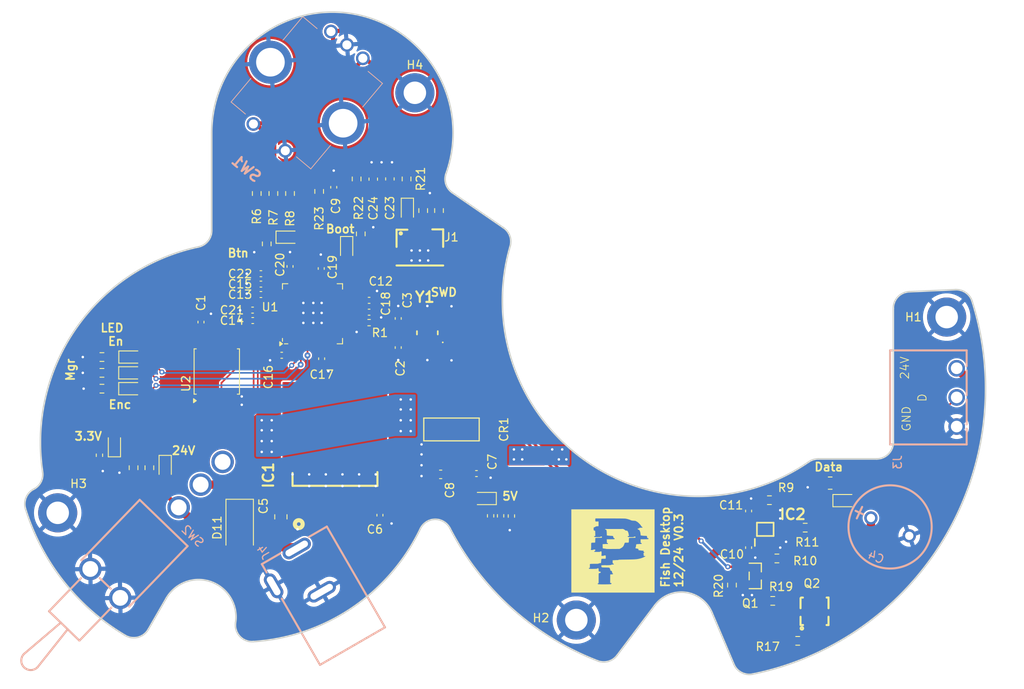
<source format=kicad_pcb>
(kicad_pcb (version 20240108) (generator "pcbnew") (generator_version "8.0")
  (layers (0 "F.Cu" signal) (31 "B.Cu" power) (34 "B.Paste" user) (35 "F.Paste" user) (36 "B.SilkS" user "B.Silkscreen") (37 "F.SilkS" user "F.Silkscreen") (38 "B.Mask" user) (39 "F.Mask" user) (44 "Edge.Cuts" user))
  (net 0 "")
  (net 1 "GND")
  (net 2 "+3.3V")
  (net 3 "/XIN")
  (net 4 "Net-(Y1-CRYSTAL_2)")
  (net 5 "+24V")
  (net 6 "+5V")
  (net 7 "/BTN")
  (net 8 "+1V1")
  (net 9 "/ENC_A")
  (net 10 "/ENC_B")
  (net 11 "Net-(D11-K)")
  (net 12 "Net-(D1-K)")
  (net 13 "Net-(D2-K)")
  (net 14 "Net-(D3-K)")
  (net 15 "Net-(D4-K)")
  (net 16 "/SW_D")
  (net 17 "/ENC_LED")
  (net 18 "Net-(D5-K)")
  (net 19 "/BTN_LED")
  (net 20 "Net-(D6-K)")
  (net 21 "Net-(D7-K)")
  (net 22 "/MGR_LED")
  (net 23 "/LED_EN_LED")
  (net 24 "Net-(D8-K)")
  (net 25 "/BOOT_LED")
  (net 26 "Net-(D9-K)")
  (net 27 "Net-(D10-K)")
  (net 28 "Net-(D11-A)")
  (net 29 "Net-(IC2-A2)")
  (net 30 "Net-(IC2-A1)")
  (net 31 "/LED_D")
  (net 32 "/SW_CLK")
  (net 33 "Net-(Q1-D)")
  (net 34 "/LED_D_O")
  (net 35 "/XOUT")
  (net 36 "Net-(SW1-A)")
  (net 37 "Net-(SW1-B)")
  (net 38 "Net-(R23-Pad2)")
  (net 40 "/QSPI_SS")
  (net 41 "/LED_EN")
  (net 51 "/QSPI_SCLK")
  (net 52 "/QSPI_SD3")
  (net 53 "/QSPI_SD2")
  (net 55 "/QSPI_SD0")
  (net 56 "/QSPI_SD1")
  (net 59 "Net-(R2-Pad1)")
  (net 60 "Net-(R3-Pad2)")
  (net 61 "Net-(R28-Pad2)")
  (net 62 "Net-(R30-Pad1)")
  (net 66 "Net-(Q2-G)")
  (net 70 "Net-(C4-Pad1)")
  (net 76 "Net-(IC2-B1)")
  (footprint "LED_SMD:LED_0603_1608Metric" (layer "F.Cu") (at 110.7125 71.65)
    (property "Reference" "D8" (hide yes))
    (property "Value" "YELLOW")
  )
  (footprint "Resistor_SMD:R_0603_1608Metric" (layer "F.Cu") (at 40 34.75 -90)
    (property "Reference" "R6")
    (property "Value" "10K")
  )
  (footprint "Resistor_SMD:R_0402_1005Metric" (layer "F.Cu") (at 70.6 73.5 -90)
    (property "Reference" "R31" (hide yes))
    (property "Value" "1K")
  )
  (footprint "Capacitor_SMD:C_0402_1005Metric" (layer "F.Cu") (at 57 53.2625 -90)
    (property "Reference" "C2")
    (property "Value" "15p")
  )
  (footprint "Capacitor_SMD:C_0402_1005Metric" (layer "F.Cu") (at 33.3 50.2 90)
    (property "Reference" "C1")
    (property "Value" "100n")
  )
  (footprint "easyeda2kicad:SOT-23-3_L2.9-W1.3-P0.95-LS2.4-BR" (layer "F.Cu") (at 99.9 80.7 180)
    (property "Reference" "Q1")
    (property "Value" "CMN3406M")
  )
  (footprint "Resistor_SMD:R_0603_1608Metric" (layer "F.Cu") (at 21.4 58.2 180)
    (property "Reference" "R12" (hide yes))
    (property "Value" "330")
  )
  (footprint "L7805ABD2T-TR:D2PAK-STB35NF10T4" (layer "F.Cu") (at 54.5 69.871 -90)
    (property "Reference" "IC1")
    (property "Value" "L7805ABD2T-TR" (hide yes))
  )
  (footprint "Resistor_SMD:R_0603_1608Metric" (layer "F.Cu") (at 27.1 67.7 90)
    (property "Reference" "R2" (hide yes))
    (property "Value" "10K")
  )
  (footprint "Resistor_SMD:R_0603_1608Metric" (layer "F.Cu") (at 21.4 56.3 180)
    (property "Reference" "R14" (hide yes))
    (property "Value" "330")
  )
  (footprint "Resistor_SMD:R_0603_1608Metric" (layer "F.Cu") (at 52 33 -90)
    (property "Reference" "R22")
    (property "Value" "10k")
  )
  (footprint "easyeda2kicad:SOT-223-4_L6.5-W3.5-P2.30-LS7.0-BR" (layer "F.Cu") (at 63.4 63.1 -90)
    (property "Reference" "CR1")
    (property "Value" "LD1117S33CTR")
  )
  (footprint "Resistor_SMD:R_0603_1608Metric" (layer "F.Cu") (at 60 36.8 -90)
    (property "Reference" "R5" (hide yes))
    (property "Value" "330")
  )
  (footprint "Capacitor_SMD:C_0402_1005Metric" (layer "F.Cu") (at 39.5 48.7625 180)
    (property "Reference" "C21")
    (property "Value" "100n")
  )
  (footprint "Resistor_SMD:R_0603_1608Metric" (layer "F.Cu") (at 58 33 90)
    (property "Reference" "R21")
    (property "Value" "10k")
  )
  (footprint "Resistor_SMD:R_0603_1608Metric" (layer "F.Cu") (at 25.2 67.7 90)
    (property "Reference" "R29" (hide yes))
    (property "Value" "10K")
  )
  (footprint "Resistor_SMD:R_0603_1608Metric" (layer "F.Cu") (at 44 34.75 -90)
    (property "Reference" "R8")
    (property "Value" "10k")
  )
  (footprint "Capacitor_SMD:C_0603_1608Metric" (layer "F.Cu") (at 56 33 90)
    (property "Reference" "C23")
    (property "Value" "0.01u")
  )
  (footprint "LED_SMD:LED_0603_1608Metric" (layer "F.Cu") (at 29 67.7 -90)
    (property "Reference" "D1" (hide yes))
    (property "Value" "RED")
  )
  (footprint "Capacitor_SMD:C_0402_1005Metric" (layer "F.Cu") (at 53.5 47.5875)
    (property "Reference" "C12")
    (property "Value" "100n")
  )
  (footprint "LED_SMD:LED_0603_1608Metric" (layer "F.Cu") (at 58.1 36.8 -90)
    (property "Reference" "D4" (hide yes))
    (property "Value" "YELLOW")
  )
  (footprint "Capacitor_SMD:C_0402_1005Metric" (layer "F.Cu") (at 49.25 34 90)
    (property "Reference" "C9")
    (property "Value" "100n")
  )
  (footprint "easyeda2kicad:DFN-8_L3.3-W3.3-P0.65-BL-EP" (layer "F.Cu") (at 107.05 84.95)
    (property "Reference" "Q2")
    (property "Value" "FH38P03G6")
  )
  (footprint "Capacitor_SMD:C_0402_1005Metric" (layer "F.Cu") (at 40.5 45.6375 180)
    (property "Reference" "C15")
    (property "Value" "1u")
  )
  (footprint "Capacitor_SMD:C_0402_1005Metric" (layer "F.Cu") (at 39.52 50.0125 180)
    (property "Reference" "C14")
    (property "Value" "100n")
  )
  (footprint "Diode_SMD:D_SMA" (layer "F.Cu") (at 37.95 75 -90)
    (property "Reference" "D11")
    (property "Value" "D_Schottky")
  )
  (footprint "Resistor_SMD:R_0402_1005Metric" (layer "F.Cu") (at 53.5 50.2625 180)
    (property "Reference" "R1")
    (property "Value" "1K")
  )
  (footprint "Resistor_SMD:R_0603_1608Metric" (layer "F.Cu") (at 105 88.5 180)
    (property "Reference" "R17")
    (property "Value" "10k")
  )
  (footprint "Package_SO:SOIC-8_5.23x5.23mm_P1.27mm" (layer "F.Cu") (at 35.2 56.1375 90)
    (property "Reference" "U2")
    (property "Value" "W25Q128JVS")
  )
  (footprint "MountingHole:MountingHole_2.7mm_M2.5_DIN965_Pad" (layer "F.Cu") (at 16.085891 73.119257)
    (property "Reference" "H3")
    (property "Value" "MountingHole_Pad")
  )
  (footprint "LED_SMD:LED_0603_1608Metric" (layer "F.Cu") (at 43.8 40)
    (property "Reference" "D6" (hide yes))
    (property "Value" "GREEN")
  )
  (footprint "Capacitor_SMD:C_0603_1608Metric" (layer "F.Cu") (at 54 33.025 90)
    (property "Reference" "C24")
    (property "Value" "0.01u")
  )
  (footprint "LED_SMD:LED_0603_1608Metric" (layer "F.Cu") (at 24.9 58.2)
    (property "Reference" "D5" (hide yes))
    (property "Value" "GREEN")
  )
  (footprint "Capacitor_SMD:C_0402_1005Metric" (layer "F.Cu") (at 47.8 54.6 -90)
    (property "Reference" "C17")
    (property "Value" "100n")
  )
  (footprint "Capacitor_SMD:C_0402_1005Metric" (layer "F.Cu") (at 54.8 73.4 -90)
    (property "Reference" "C6")
    (property "Value" "100n")
  )
  (footprint "Resistor_SMD:R_0603_1608Metric" (layer "F.Cu") (at 101.6 71.6)
    (property "Reference" "R9")
    (property "Value" "10K")
  )
  (footprint "MountingHole:MountingHole_2.7mm_M2.5_DIN965_Pad" (layer "F.Cu") (at 59 22.65)
    (property "Reference" "H4")
    (property "Value" "MountingHole_Pad")
  )
  (footprint "Capacitor_SMD:C_0402_1005Metric" (layer "F.Cu") (at 57 49.7625 -90)
    (property "Reference" "C3")
    (property "Value" "15p")
  )
  (footprint "Capacitor_SMD:C_0402_1005Metric" (layer "F.Cu") (at 99.1 72.9 90)
    (property "Reference" "C11")
    (property "Value" "1u")
  )
  (footprint "SN74LVC2T45DCUR:SOP50P310X90-8N" (layer "F.Cu") (at 101.1 75.1 90)
    (property "Reference" "IC2")
    (property "Value" "SN74LVC2T45DCUR" (hide yes))
  )
  (footprint "MountingHole:MountingHole_2.7mm_M2.5_DIN965_Pad" (layer "F.Cu") (at 122.9 49.6)
    (property "Reference" "H1")
    (property "Value" "MountingHole_Pad")
  )
  (footprint "Resistor_SMD:R_0603_1608Metric" (layer "F.Cu") (at 41.2 40.8 -90)
    (property "Reference" "R13" (hide yes))
    (property "Value" "330")
  )
  (footprint "Capacitor_SMD:C_0805_2012Metric" (layer "F.Cu") (at 42.9 73.6 -90)
    (property "Reference" "C5")
    (property "Value" ".33u")
  )
  (footprint "Capacitor_SMD:C_0402_1005Metric" (layer "F.Cu") (at 40.5 46.8875 180)
    (property "Reference" "C13")
    (property "Value" "1u")
  )
  (footprint "LED_SMD:LED_0603_1608Metric" (layer "F.Cu") (at 24.9125 54.4)
    (property "Reference" "D10" (hide yes))
    (property "Value" "GREEN")
  )
  (footprint "Polis_Footprints:polis_logo_10x10" (layer "F.Cu") (at 82.8 77.7)
    (property "Reference" "G***" (hide yes))
    (property "Value" "LOGO" (hide yes))
  )
  (footprint "Capacitor_SMD:C_0402_1005Metric" (layer "F.Cu") (at 66.4 68.4 180)
    (property "Reference" "C7")
    (property "Value" "100n")
  )
  (footprint "LED_SMD:LED_0603_1608Metric" (layer "F.Cu") (at 50.8 41.4 -90)
    (property "Reference" "D9" (hide yes))
    (property "Value" "GREEN")
  )
  (footprint "Resistor_SMD:R_0603_1608Metric" (layer "F.Cu") (at 21.4 54.4 180)
    (property "Reference" "R18" (hide yes))
    (property "Value" "330")
  )
  (footprint "Capacitor_SMD:C_0603_1608Metric" (layer "F.Cu") (at 62.1 68.5)
    (property "Reference" "C8")
    (property "Value" "10u")
  )
  (footprint "Resistor_SMD:R_0402_1005Metric" (layer "F.Cu") (at 21.1 66.2 -90)
    (property "Reference" "R4" (hide yes))
    (property "Value" "1K")
  )
  (footprint "Capacitor_SMD:C_0402_1005Metric" (layer "F.Cu") (at 99.1 77.3 -90)
    (property "Reference" "C10")
    (property "Value" "1u")
  )
  (footprint "Capacitor_SMD:C_0402_1005Metric" (layer "F.Cu") (at 43 54.1875 180)
    (property "Reference" "C16")
    (property "Value" "100n")
  )
  (footprint "ABM8-272-T3:ABM8272T3" (layer "F.Cu") (at 60.5 51.4875 90)
    (property "Reference" "Y1")
    (property "Value" "ABM8-272-T3" (hide yes))
  )
  (footprint "MountingHole:MountingHole_2.7mm_M2.5_DIN965_Pad" (layer "F.Cu") (at 78.4 86)
    (property "Reference" "H2")
    (property "Value" "MountingHole_Pad")
  )
  (footprint "Capacitor_SMD:C_0402_1005Metric" (layer "F.Cu") (at 53.5 49.0125)
    (property "Reference" "C18")
    (property "Value" "100n")
  )
  (footprint "Resistor_SMD:R_0603_1608Metric" (layer "F.Cu") (at 52.5 39.6 90)
    (property "Reference" "R16" (hide yes))
    (property "Value" "330")
  )
  (footprint "Resistor_SMD:R_0402_1005Metric" (layer "F.Cu") (at 68.1 73.48 -90)
    (property "Reference" "R3" (hide yes))
    (property "Value" "1K")
  )
  (footprint "easyeda2kicad:CONN-SMD-3P-P1.00_BM03B-SRSS-TB-LF-SN" (layer "F.Cu") (at 59.600002 41.06)
    (property "Reference" "J1")
    (property "Value" "DS1023-1x3SF11")
  )
  (footprint "Resistor_SMD:R_0603_1608Metric" (layer "F.Cu") (at 102.5 78.6)
    (property "Reference" "R10")
    (property "Value" "10K")
  )
  (footprint "Package_DFN_QFN:QFN-56-1EP_7x7mm_P0.4mm_EP3.2x3.2mm" (layer "F.Cu") (at 46.7 49.2 90)
    (property "Reference" "U1")
    (property "Value" "RP2040")
  )
  (footprint "Capacitor_SMD:C_0402_1005Metric" (layer "F.Cu") (at 47.75 43.7625 90)
    (property "Reference" "C19")
    (property "Value" "100n")
  )
  (footprint "Resistor_SMD:R_0603_1608Metric" (layer "F.Cu") (at 105.9 74.9 180)
    (property "Reference" "R11")
    (property "Value" "100")
  )
  (footprint "Capacitor_SMD:C_0402_1005Metric" (layer "F.Cu") (at 40.5 44.3875 180)
    (property "Reference" "C22")
    (property "Value" "100n")
  )
  (footprint "LED_SMD:LED_0603_1608Metric" (layer "F.Cu") (at 67.3 71.4 180)
    (property "Reference" "D2" (hide yes))
    (property "Value" "RED")
  )
  (footprint "Resistor_SMD:R_0603_1608Metric" (layer "F.Cu") (at 42 34.75 -90)
    (property "Reference" "R7")
    (property "Value" "10K")
  )
  (footprint "LED_SMD:LED_0603_1608Metric" (layer "F.Cu") (at 22.9 64.9 90)
    (property "Reference" "D3" (hide yes))
    (property "Value" "RED")
  )
  (footprint "Resistor_SMD:R_0805_2012Metric" (layer "F.Cu") (at 108.9 69.55 180)
    (property "Reference" "R15" (hide yes))
    (property "Value" "2.4k")
  )
  (footprint "Resistor_SMD:R_0603_1608Metric" (layer "F.Cu") (at 102 83.7)
    (property "Reference" "R19")
    (property "Value" "10k")
  )
  (footprint "Resistor_SMD:R_0603_1608Metric" (layer "F.Cu") (at 47.5 34.5 90)
    (property "Reference" "R23")
    (property "Value" "10k")
  )
  (footprint "Resistor_SMD:R_0402_1005Metric" (layer "F.Cu") (at 69.3 73.48 -90)
    (property "Reference" "R30" (hide yes))
    (property "Value" "1K")
  )
  (footprint "Resistor_SMD:R_0603_1608Metric" (layer "F.Cu") (at 97.1 81.8 90)
    (property "Reference" "R20")
    (property "Value" "10k")
  )
  (footprint "Capacitor_SMD:C_0402_1005Metric" (layer "F.Cu") (at 44 43.5125 90)
    (property "Reference" "C20")
    (property "Value" "100n")
  )
  (footprint "Resistor_SMD:R_0603_1608Metric" (layer "F.Cu") (at 61.9 36.8 -90)
    (property "Reference" "R28" (hide yes))
    (property "Value" "330")
  )
  (footprint "LED_SMD:LED_0603_1608Metric" (layer "F.Cu") (at 24.9 56.3)
    (property "Reference" "D7" (hide yes))
    (property "Value" "GREEN")
  )
  (footprint "PEC11R-4220F-S0024:PEC11R4220FS0024" (layer "B.Cu") (at 39.597294 26.395626 -40)
    (property "Reference" "SW1")
    (property "Value" "PEC11R" (hide yes))
  )
  (footprint "easyeda2kicad:DC-IN-TH_DC-005-A250" (layer "B.Cu") (at 44.28604 81.164697 120)
    (property "Reference" "J4")
    (property "Value" "DC-005-A250" (hide yes))
  )
  (footprint "easyeda2kicad:SW-TH_MT-0-102-C004-N004-RS" (layer "B.Cu") (at 28.85 74.3 136)
    (property "Reference" "SW2")
    (property "Value" "MT-0-102" (hide yes))
  )
  (footprint "easyeda2kicad:CONN-TH_3P-P3.50_15EDGRC-3.5-03P" (layer "B.Cu") (at 124.1 59.25 90)
    (property "Reference" "J3")
    (property "Value" "284514-3" (hide yes))
  )
  (footprint "easyeda2kicad:CAP-TH_BD10.0-P5.00-D1.0-FD" (layer "B.Cu") (at 116.1 74.810184 -25)
    (property "Reference" "C4")
    (property "Value" "470u")
  )
  (gr_arc (start 106.340206 66.995048) (mid 106.880569 66.732493) (end 107.474527 66.642261) (stroke (width 0.2)) (layer "Edge.Cuts"))
  (gr_arc (start 59.647777 75.027255) (mid 51.446641 84.527676) (end 39.571556 88.589569) (stroke (width 0.2)) (layer "Edge.Cuts"))
  (gr_arc (start 123.955168 46.310312) (mid 125.19111 46.669988) (end 125.951894 47.708316) (stroke (width 0.2)) (layer "Edge.Cuts"))
  (gr_arc (start 12.226277 72.64665) (mid 12.291406 71.28142) (end 13.218154 70.276802) (stroke (width 0.2)) (layer "Edge.Cuts"))
  (gr_arc (start 59.647777 75.027255) (mid 61.422813 73.89303) (end 63.228859 74.977198) (stroke (width 0.2)) (layer "Edge.Cuts"))
  (gr_arc (start 39.571556 88.589569) (mid 37.970461 87.948716) (end 37.46322 86.300413) (stroke (width 0.2)) (layer "Edge.Cuts"))
  (gr_arc (start 116.490697 64.642262) (mid 115.904911 66.056475) (end 114.490699 66.642261) (stroke (width 0.2)) (layer "Edge.Cuts"))
  (gr_arc (start 63.498131 34.662023) (mid 62.726227 33.628671) (end 62.745672 32.338992) (stroke (width 0.2)) (layer "Edge.Cuts"))
  (gr_arc (start 69.653714 38.881431) (mid 70.405985 39.857177) (end 70.443645 41.08867) (stroke (width 0.2)) (layer "Edge.Cuts"))
  (gr_arc (start 125.951894 47.708316) (mid 123.584974 74.416952) (end 103.0119 91.612945) (stroke (width 0.2)) (layer "Edge.Cuts"))
  (gr_arc (start 14.277824 68.203115) (mid 14.08092 69.410084) (end 13.218154 70.276802) (stroke (width 0.2)) (layer "Edge.Cuts"))
  (gr_line (start 29.114787 83.3903) (end 29.114786 83.3903) (stroke (width 0.2)) (layer "Edge.Cuts"))
  (gr_arc (start 106.340206 66.995048) (mid 79.259472 66.696027) (end 70.443645 41.08867) (stroke (width 0.2)) (layer "Edge.Cuts"))
  (gr_arc (start 116.490697 48.555297) (mid 117.045411 47.172854) (end 118.401845 46.557271) (stroke (width 0.2)) (layer "Edge.Cuts"))
  (gr_arc (start 14.277824 68.203115) (mid 18.28419 50.972182) (end 33.009142 41.167498) (stroke (width 0.2)) (layer "Edge.Cuts"))
  (gr_line (start 116.490697 48.555297) (end 116.490697 64.642262) (stroke (width 0.2)) (layer "Edge.Cuts"))
  (gr_arc (start 87.817358 84.233039) (mid 91.499377 82.670115) (end 94.693919 85.077376) (stroke (width 0.2)) (layer "Edge.Cuts"))
  (gr_line (start 114.490699 66.642261) (end 107.474527 66.642261) (stroke (width 0.2)) (layer "Edge.Cuts"))
  (gr_arc (start 34.592245 39.21143) (mid 34.146883 40.469646) (end 33.009142 41.167498) (stroke (width 0.2)) (layer "Edge.Cuts"))
  (gr_arc (start 34.592245 27.456991) (mid 51.569674 13.170202) (end 62.745672 32.338992) (stroke (width 0.2)) (layer "Edge.Cuts"))
  (gr_arc (start 99.572954 92.491519) (mid 98.246848 92.298555) (end 97.340239 91.311715) (stroke (width 0.2)) (layer "Edge.Cuts"))
  (gr_line (start 26.959137 87.123992) (end 29.114786 83.3903) (stroke (width 0.2)) (layer "Edge.Cuts"))
  (gr_arc (start 83.290639 90.2402) (mid 82.243663 90.959375) (end 80.974729 90.903002) (stroke (width 0.2)) (layer "Edge.Cuts"))
  (gr_arc (start 26.959137 87.123992) (mid 25.73196 88.059214) (end 24.204307 87.842679) (stroke (width 0.2)) (layer "Edge.Cuts"))
  (gr_arc (start 29.114787 83.3903) (mid 34.493107 81.391063) (end 37.46322 86.300413) (stroke (width 0.2)) (layer "Edge.Cuts"))
  (gr_line (start 69.653714 38.881431) (end 63.498131 34.662023) (stroke (width 0.2)) (layer "Edge.Cuts"))
  (gr_line (start 123.955168 46.310312) (end 118.401845 46.557271) (stroke (width 0.2)) (layer "Edge.Cuts"))
  (gr_line (start 94.693919 85.077376) (end 97.340239 91.311715) (stroke (width 0.2)) (layer "Edge.Cuts"))
  (gr_arc (start 24.204307 87.842679) (mid 16.807289 81.3545) (end 12.226277 72.64665) (stroke (width 0.2)) (layer "Edge.Cuts"))
  (gr_line (start 34.592245 27.456991) (end 34.592245 39.21143) (stroke (width 0.2)) (layer "Edge.Cuts"))
  (gr_arc (start 103.0119 91.612945) (mid 101.304071 92.097809) (end 99.572954 92.491519) (stroke (width 0.2)) (layer "Edge.Cuts"))
  (gr_arc (start 80.974729 90.903002) (mid 70.636906 84.572401) (end 63.228859 74.977198) (stroke (width 0.2)) (layer "Edge.Cuts"))
  (gr_line (start 83.290639 90.2402) (end 87.817358 84.233039) (stroke (width 0.2)) (layer "Edge.Cuts"))
  (gr_text "D" (at 120.55 59.85 90) (layer "F.SilkS") (effects (font (size 1 1) (thickness 0.1)) (justify left bottom)))
  (gr_text "5V" (at 69.4 71.7 0) (layer "F.SilkS") (effects (font (size 1 1) (thickness 0.2) (bold yes)) (justify left bottom)))
  (gr_text "24V" (at 29.7 66.225 0) (layer "F.SilkS") (effects (font (size 1 1) (thickness 0.2) (bold yes)) (justify left bottom)))
  (gr_text "LED\nEn" (at 24.1 53.1 0) (layer "F.SilkS") (effects (font (size 1 1) (thickness 0.2) (bold yes)) (justify right bottom)))
  (gr_text "SWD" (at 60.8 47.2 0) (layer "F.SilkS") (effects (font (size 1 1) (thickness 0.2) (bold yes)) (justify left bottom)))
  (gr_text "GND" (at 118.65 63.4 90) (layer "F.SilkS") (effects (font (size 1 1) (thickness 0.1)) (justify left bottom)))
  (gr_text "Boot" (at 48.2 39.6 0) (layer "F.SilkS") (effects (font (size 1 1) (thickness 0.2) (bold yes)) (justify left bottom)))
  (gr_text "Fish Desktop\n12/24 V0.3" (at 91.3 82.2 90) (layer "F.SilkS") (effects (font (size 1 1) (thickness 0.2) (bold yes)) (justify left bottom)))
  (gr_text "Enc" (at 22.1 60.7 0) (layer "F.SilkS") (effects (font (size 1 1) (thickness 0.2) (bold yes)) (justify left bottom)))
  (gr_text "3.3V\n" (at 18 64.5 0) (layer "F.SilkS") (effects (font (size 1 1) (thickness 0.2) (bold yes)) (justify left bottom)))
  (gr_text "24V" (at 118.45 57.15 90) (layer "F.SilkS") (effects (font (size 1 1) (thickness 0.1)) (justify left bottom)))
  (gr_text "Btn" (at 36.4 42.5 0) (layer "F.SilkS") (effects (font (size 1 1) (thickness 0.2) (bold yes)) (justify left bottom)))
  (gr_text "Data" (at 106.9 68.2 0) (layer "F.SilkS") (effects (font (size 1 1) (thickness 0.2) (bold yes)) (justify left bottom)))
  (gr_text "Mgr" (at 18.2 57.4 90) (layer "F.SilkS") (effects (font (size 1 1) (thickness 0.2) (bold yes)) (justify left bottom)))
  (segment (start 40.02 44.3875) (end 38.8 44.3875) (width 0.2) (layer "F.Cu") (net 1))
  (segment (start 51.2 64.3) (end 49.4 62.5) (width 1) (layer "F.Cu") (net 1))
  (segment (start 53.975 38.775) (end 54 38.8) (width 0.2) (layer "F.Cu") (net 1))
  (segment (start 41.2 41.625) (end 39.875 41.625) (width 0.2) (layer "F.Cu") (net 1))
  (segment (start 47.75 43.2825) (end 47.75 42.1375) (width 0.2) (layer "F.Cu") (net 1))
  (segment (start 40.02 46.8875) (end 38.9 46.8875) (width 0.2) (layer "F.Cu") (net 1))
  (segment (start 99.1 77.78) (end 99.18 77.78) (width 0.5) (layer "F.Cu") (net 1))
  (segment (start 99.1 72.42) (end 99.1 71.7) (width 0.5) (layer "F.Cu") (net 1))
  (segment (start 53.98 47.5875) (end 53.98 46.9325) (width 0.2) (layer "F.Cu") (net 1))
  (segment (start 21.1 67.7) (end 21.5 68.1) (width 0.3) (layer "F.Cu") (net 1))
  (segment (start 61.9 35.975) (end 61.9 35.8) (width 0.5) (layer "F.Cu") (net 1))
  (segment (start 67.6 68.4) (end 68.1 68.9) (width 0.5) (layer "F.Cu") (net 1))
  (segment (start 21.1 66.71) (end 21.1 67.7) (width 0.3) (layer "F.Cu") (net 1))
  (segment (start 53.98 46.9325) (end 54.45 46.4625) (width 0.2) (layer "F.Cu") (net 1))
  (segment (start 54.325 49.0125) (end 54.95 49.6375) (width 0.2) (layer "F.Cu") (net 1))
  (segment (start 25.2 66.875) (end 24.925 66.875) (width 0.5) (layer "F.Cu") (net 1))
  (segment (start 47.8 55.3) (end 48.6 56.1) (width 0.3) (layer "F.Cu") (net 1))
  (segment (start 51.0125 50.2) (end 52 51.1875) (width 0.2) (layer "F.Cu") (net 1))
  (segment (start 47.8 55.08) (end 47.8 55.3) (width 0.3) (layer "F.Cu") (net 1))
  (segment (start 33.3 49.72) (end 33.98 49.72) (width 0.2) (layer "F.Cu") (net 1))
  (segment (start 39.04 50.0125) (end 38.025 50.0125) (width 0.2) (layer "F.Cu") (net 1))
  (segment (start 42.2 54.1875) (end 41.6 54.7875) (width 0.2) (layer "F.Cu") (net 1))
  (segment (start 40.02 45.6375) (end 38.85 45.6375) (width 0.2) (layer "F.Cu") (net 1))
  (segment (start 42.9 74.55) (end 44.35 74.55) (width 0.5) (layer "F.Cu") (net 1))
  (segment (start 44.35 74.55) (end 44.9 75.1) (width 0.5) (layer "F.Cu") (net 1))
  (segment (start 20.575 56.3) (end 19.1 56.3) (width 0.2) (layer "F.Cu") (net 1))
  (segment (start 70.6 74.01) (end 70.6 75) (width 0.5) (layer "F.Cu") (net 1))
  (segment (start 52.5 38.775) (end 53.975 38.775) (width 0.2) (layer "F.Cu") (net 1))
  (segment (start 50.1375 50.2) (end 51.0125 50.2) (width 0.2) (layer "F.Cu") (net 1))
  (segment (start 33.98 49.72) (end 34.5 49.2) (width 0.2) (layer "F.Cu") (net 1))
  (segment (start 99.1 71.7) (end 99.4 71.4) (width 0.5) (layer "F.Cu") (net 1))
  (segment (start 70.6 75) (end 70.4 75.2) (width 0.5) (layer "F.Cu") (net 1))
  (segment (start 39.02 48.7625) (end 38.025 48.7625) (width 0.2) (layer "F.Cu") (net 1))
  (segment (start 99.18 77.78) (end 99.9 78.5) (width 0.5) (layer "F.Cu") (net 1))
  (segment (start 24.925 66.875) (end 23.5 68.3) (width 0.5) (layer "F.Cu") (net 1))
  (segment (start 106.7 69.55) (end 106.2 70.05) (width 0.5) (layer "F.Cu") (net 1))
  (segment (start 66.88 68.4) (end 67.6 68.4) (width 0.5) (layer "F.Cu") (net 1))
  (segment (start 55.68 73.88) (end 56.2 74.4) (width 0.5) (layer "F.Cu") (net 1))
  (segment (start 20.575 54.4) (end 19.1 54.4) (width 0.2) (layer "F.Cu") (net 1))
  (segment (start 44 43.0325) (end 44 41.7875) (width 0.2) (layer "F.Cu") (net 1))
  (segment (start 20.575 58.2) (end 19.2 58.2) (width 0.2) (layer "F.Cu") (net 1))
  (segment (start 54.8 73.88) (end 55.68 73.88) (width 0.5) (layer "F.Cu") (net 1))
  (segment (start 61.9 35.8) (end 60.8 34.7) (width 0.5) (layer "F.Cu") (net 1))
  (segment (start 107.9875 69.55) (end 106.7 69.55) (width 0.5) (layer "F.Cu") (net 1))
  (segment (start 49.25 33.52) (end 49.25 32) (width 0.5) (layer "F.Cu") (net 1))
  (segment (start 39.875 41.625) (end 39.7 41.8) (width 0.2) (layer "F.Cu") (net 1))
  (via (at 60.6 41.6) (size 0.7) (drill 0.3) (layers "F.Cu" "B.Cu") (net 1))
  (via (at 60.5 54.7625) (size 0.6) (drill 0.3) (layers "F.Cu" "B.Cu") (net 1))
  (via (at 53.8 31) (size 0.6) (drill 0.3) (layers "F.Cu" "B.Cu") (net 1))
  (via (at 59.600002 41.6) (size 0.7) (drill 0.3) (layers "F.Cu" "B.Cu") (net 1))
  (via (at 54 38.8) (size 0.7) (drill 0.3) (layers "F.Cu" "B.Cu") (net 1))
  (via (at 59.8 66.1) (size 0.6) (drill 0.3) (layers "F.Cu" "B.Cu") (net 1))
  (via (at 19.1 54.4) (size 0.6) (drill 0.3) (layers "F.Cu" "B.Cu") (net 1))
  (via (at 99.9 78.5) (size 0.6) (drill 0.3) (layers "F.Cu" "B.Cu") (net 1))
  (via (at 54.95 49.6375) (size 0.6) (drill 0.3) (layers "F.Cu" "B.Cu") (net 1))
  (via (at 39.7 41.8) (size 0.7) (drill 0.3) (layers "F.Cu" "B.Cu") (net 1))
  (via (at 46.8 50.3) (size 0.6) (drill 0.3) (layers "F.Cu" "B.Cu") (net 1))
  (via (at 58.600002 42.8) (size 0.7) (drill 0.3) (layers "F.Cu" "B.Cu") (net 1))
  (via (at 99.5 83) (size 0.6) (drill 0.3) (layers "F.Cu" "B.Cu") (net 1))
  (via (at 68.1 68.9) (size 0.6) (drill 0.3) (layers "F.Cu" "B.Cu") (net 1))
  (via (at 63.4 54.8) (size 0.6) (drill 0.3) (layers "F.Cu" "B.Cu") (net 1))
  (via (at 47.7 42.0875) (size 0.6) (drill 0.3) (layers "F.Cu" "B.Cu") (net 1))
  (via (at 38.2 59.1375) (size 0.6) (drill 0.3) (layers "F.Cu" "B.Cu") (net 1))
  (via (at 48.3 69.9) (size 0.7) (drill 0.3) (layers "F.Cu" "B.Cu") (net 1))
  (via (at 52 51.3875) (size 0.6) (drill 0.3) (layers "F.Cu" "B.Cu") (net 1))
  (via (at 60.8 34.7) (size 0.6) (drill 0.3) (layers "F.Cu" "B.Cu") (net 1))
  (via (at 21.5 68.1) (size 0.6) (drill 0.3) (layers "F.Cu" "B.Cu") (net 1))
  (via (at 98.4 83) (size 0.6) (drill 0.3) (layers "F.Cu" "B.Cu") (net 1))
  (via (at 56.2 74.4) (size 0.6) (drill 0.3) (layers "F.Cu" "B.Cu") (net 1))
  (via (at 46.3 68.5) (size 0.7) (drill 0.3) (layers "F.Cu" "B.Cu") (net 1))
  (via (at 44.9 75.1) (size 0.6) (drill 0.3) (layers "F.Cu" "B.Cu") (net 1))
  (via (at 50.3 68.5) (size 0.7) (drill 0.3) (layers "F.Cu" "B.Cu") (net 1))
  (via (at 54.3 68.5) (size 0.7) (drill 0.3) (layers "F.Cu" "B.Cu") (net 1))
  (via (at 59.8 67.4) (size 0.6) (drill 0.3) (layers "F.Cu" "B.Cu") (net 1))
  (via (at 38.8 46.7875) (size 0.6) (drill 0.3) (layers "F.Cu" "B.Cu") (net 1))
  (via (at 38 49.9875) (size 0.6) (drill 0.3) (layers "F.Cu" "B.Cu") (net 1))
  (via (at 60.5 48.2625) (size 0.6) (drill 0.3) (layers "F.Cu" "B.Cu") (net 1))
  (via (at 46.3 69.9) (size 0.7) (drill 0.3) (layers "F.Cu" "B.Cu") (net 1))
  (via (at 47.8 47.9) (size 0.6) (drill 0.3) (layers "F.Cu" "B.Cu") (net 1))
  (via (at 48.6 56.1) (size 0.7) (drill 0.3) (layers "F.Cu" "B.Cu") (net 1))
  (via (at 102.9 77.3) (size 0.6) (drill 0.3) (layers "F.Cu" "B.Cu") (net 1))
  (via (at 54.3 69.9) (size 0.7) (drill 0.3) (layers "F.Cu" "B.Cu") (net 1))
  (via (at 44 41.7875) (size 0.6) (drill 0.3) (layers "F.Cu" "B.Cu") (net 1))
  (via (at 102.9 72.8) (size 0.6) (drill 0.3) (layers "F.Cu" "B.Cu") (net 1))
  (via (at 23.5 68.3) (size 0.6) (drill 0.3) (layers "F.Cu" "B.Cu") (net 1))
  (via (at 48.3 68.5) (size 0.7) (drill 0.3) (layers "F.Cu" "B.Cu") (net 1))
  (via (at 38 48.7875) (size 0.6) (drill 0.3) (layers "F.Cu" "B.Cu") (net 1))
  (via (at 47.8 50.3) (size 0.6) (drill 0.3) (layers "F.Cu" "B.Cu") (net 1))
  (via (at 45.6 47.9) (size 0.6) (drill 0.3) (layers "F.Cu" "B.Cu") (net 1))
  (via (at 57 48.2625) (size 0.6) (drill 0.3) (layers "F.Cu" "B.Cu") (net 1))
  (via (at 19.2 58.2) (size 0.6) (drill 0.3) (layers "F.Cu" "B.Cu") (net 1))
  (via (at 50.3 69.9) (size 0.7) (drill 0.3) (layers "F.Cu" "B.Cu") (net 1))
  (via (at 52.3 69.9) (size 0.7) (drill 0.3) (layers "F.Cu" "B.Cu") (net 1))
  (via (at 45.6 49.1) (size 0.6) (drill 0.3) (layers "F.Cu" "B.Cu") (net 1))
  (via (at 38.8 44.3875) (size 0.6) (drill 0.3) (layers "F.Cu" "B.Cu") (net 1))
  (via (at 59.8 64.9) (size 0.6) (drill 0.3) (layers "F.Cu" "B.Cu") (net 1))
  (via (at 44.3 68.5) (size 0.7) (drill 0.3) (layers "F.Cu" "B.Cu") (net 1))
  (via (at 38.2 60.1375) (size 0.6) (drill 0.3) (layers "F.Cu" "B.Cu") (net 1))
  (via (at 103.6 76.6) (size 0.6) (drill 0.3) (layers "F.Cu" "B.Cu") (net 1))
  (via (at 45.6 50.3) (size 0.6) (drill 0.3) (layers "F.Cu" "B.Cu") (net 1))
  (via (at 54.45 46.4625) (size 0.6) (drill 0.3) (layers "F.Cu" "B.Cu") (net 1))
  (via (at 60.6 42.8) (size 0.7) (drill 0.3) (layers "F.Cu" "B.Cu") (net 1))
  (via (at 55 31) (size 0.6) (drill 0.3) (layers "F.Cu" "B.Cu") (net 1))
  (via (at 47.8 49.1) (size 0.6) (drill 0.3) (layers "F.Cu" "B.Cu") (net 1))
  (via (at 70.4 75.2) (size 0.6) (drill 0.3) (layers "F.Cu" "B.Cu") (net 1))
  (via (at 59.8 68.7) (size 0.6) (drill 0.3) (layers "F.Cu" "B.Cu") (net 1))
  (via (at 57 54.7625) (size 0.6) (drill 0.3) (layers "F.Cu" "B.Cu") (net 1))
  (via (at 52.3 68.5) (size 0.7) (drill 0.3) (layers "F.Cu" "B.Cu") (net 1))
  (via (at 56.25 31) (size 0.6) (drill 0.3) (layers "F.Cu" "B.Cu") (net 1))
  (via (at 38.8 45.5875) (size 0.6) (drill 0.3) (layers "F.Cu" "B.Cu") (net 1))
  (via (at 34.5 49.2) (size 0.6) (drill 0.3) (layers "F.Cu" "B.Cu") (net 1))
  (via (at 63.4 48.3) (size 0.6) (drill 0.3) (layers "F.Cu" "B.Cu") (net 1))
  (via (at 99.4 71.4) (size 0.6) (drill 0.3) (layers "F.Cu" "B.Cu") (net 1))
  (via (at 106.2 70.05) (size 0.6) (drill 0.3) (layers "F.Cu" "B.Cu") (net 1))
  (via (at 58.600002 41.6) (size 0.7) (drill 0.3) (layers "F.Cu" "B.Cu") (net 1))
  (via (at 46.8 49.1) (size 0.6) (drill 0.3) (layers "F.Cu" "B.Cu") (net 1))
  (via (at 19.1 56.3) (size 0.6) (drill 0.3) (layers "F.Cu" "B.Cu") (net 1))
  (via (at 49.25 32) (size 0.6) (drill 0.3) (layers "F.Cu" "B.Cu") (net 1))
  (via (at 59.600002 42.8) (size 0.7) (drill 0.3) (layers "F.Cu" "B.Cu") (net 1))
  (via (at 102.9 73.8) (size 0.6) (drill 0.3) (layers "F.Cu" "B.Cu") (net 1))
  (via (at 41.6 54.7875) (size 0.6) (drill 0.3) (layers "F.Cu" "B.Cu") (net 1))
  (via (at 46.8 47.9) (size 0.6) (drill 0.3) (layers "F.Cu" "B.Cu") (net 1))
  (segment (start 96.775 73.525) (end 84.125 73.525) (width 1) (layer "F.Cu") (net 2))
  (segment (start 63.4 65.93) (end 63.4 67.975) (width 0.5) (layer "F.Cu") (net 2))
  (segment (start 84.125 73.525) (end 77.1 66.5) (width 1) (layer "F.Cu") (net 2))
  (segment (start 47.8 54.12) (end 48.12 54.12) (width 0.3) (layer "F.Cu") (net 2))
  (segment (start 47.8 54.12) (end 47.753154 54.12) (width 0.3) (layer "F.Cu") (net 2))
  (segment (start 63.4 67.975) (end 62.875 68.5) (width 0.5) (layer "F.Cu") (net 2))
  (segment (start 40.98 44.3875) (end 40.98 45.6375) (width 0.2) (layer "F.Cu") (net 2))
  (segment (start 96.775 73.525) (end 100 73.525) (width 1) (layer "F.Cu") (net 2))
  (segment (start 63.4 60.27) (end 64.27 60.27) (width 1) (layer "F.Cu") (net 2))
  (via (at 41.8 64.5) (size 0.6) (drill 0.3) (layers "F.Cu" "B.Cu") (net 2))
  (via (at 41.8 65.8) (size 0.6) (drill 0.3) (layers "F.Cu" "B.Cu") (net 2))
  (via (at 58.5 63.3) (size 0.6) (drill 0.3) (layers "F.Cu" "B.Cu") (net 2))
  (via (at 41.8 62) (size 0.6) (drill 0.3) (layers "F.Cu" "B.Cu") (net 2))
  (via (at 70.9 66.7) (size 0.6) (drill 0.3) (layers "F.Cu" "B.Cu") (net 2))
  (via (at 40.6 64.5) (size 0.6) (drill 0.3) (layers "F.Cu" "B.Cu") (net 2))
  (via (at 71.9 66.7) (size 0.6) (drill 0.3) (layers "F.Cu" "B.Cu") (net 2))
  (via (at 57.3 60.7) (size 0.6) (drill 0.3) (layers "F.Cu" "B.Cu") (net 2))
  (via (at 57.3 62) (size 0.6) (drill 0.3) (layers "F.Cu" "B.Cu") (net 2))
  (via (at 58.5 62) (size 0.6) (drill 0.3) (layers "F.Cu" "B.Cu") (net 2))
  (via (at 76.700002 65.5) (size 0.6) (drill 0.3) (layers "F.Cu" "B.Cu") (net 2))
  (via (at 58.5 59.5) (size 0.6) (drill 0.3) (layers "F.Cu" "B.Cu") (net 2))
  (via (at 41.8 63.2) (size 0.6) (drill 0.3) (layers "F.Cu" "B.Cu") (net 2))
  (via (at 75.5 65.5) (size 0.6) (drill 0.3) (layers "F.Cu" "B.Cu") (net 2))
  (via (at 71.9 65.5) (size 0.6) (drill 0.3) (layers "F.Cu" "B.Cu") (net 2))
  (via (at 58.5 60.7) (size 0.6) (drill 0.3) (layers "F.Cu" "B.Cu") (net 2))
  (via (at 40.6 62) (size 0.6) (drill 0.3) (layers "F.Cu" "B.Cu") (net 2))
  (via (at 57.3 63.3) (size 0.6) (drill 0.3) (layers "F.Cu" "B.Cu") (net 2))
  (via (at 57.3 59.5) (size 0.6) (drill 0.3) (layers "F.Cu" "B.Cu") (net 2))
  (via (at 76.3 66.7) (size 0.6) (drill 0.3) (layers "F.Cu" "B.Cu") (net 2))
  (via (at 70.9 65.5) (size 0.6) (drill 0.3) (layers "F.Cu" "B.Cu") (net 2))
  (via (at 40.6 63.2) (size 0.6) (drill 0.3) (layers "F.Cu" "B.Cu") (net 2))
  (via (at 40.6 65.8) (size 0.6) (drill 0.3) (layers "F.Cu" "B.Cu") (net 2))
  (via (at 77.2 66.7) (size 0.6) (drill 0.3) (layers "F.Cu" "B.Cu") (net 2))
  (segment (start 58.6 51.5875) (end 57.405 52.7825) (width 0.2) (layer "F.Cu") (net 3))
  (segment (start 61.25 52.6375) (end 60.2 51.5875) (width 0.2) (layer "F.Cu") (net 3))
  (segment (start 60.2 51.5875) (end 58.6 51.5875) (width 0.2) (layer "F.Cu") (net 3))
  (segment (start 57.405 52.7825) (end 57 52.7825) (width 0.2) (layer "F.Cu") (net 3))
  (segment (start 54.395 52.7825) (end 55.6 52.7825) (width 0.2) (layer "F.Cu") (net 3))
  (segment (start 55.6 52.7825) (end 57 52.7825) (width 0.2) (layer "F.Cu") (net 3))
  (segment (start 50.1375 49.8) (end 51.4125 49.8) (width 0.2) (layer "F.Cu") (net 3))
  (segment (start 51.4125 49.8) (end 54.395 52.7825) (width 0.2) (layer "F.Cu") (net 3))
  (segment (start 57.15 50.3375) (end 59.625 50.3375) (width 0.2) (layer "F.Cu") (net 4))
  (segment (start 54.01 50.2625) (end 56.98 50.2625) (width 0.2) (layer "F.Cu") (net 4))
  (segment (start 104.15 88.5) (end 102.4 86.75) (width 0.5) (layer "F.Cu") (net 5))
  (segment (start 42.425 72.775) (end 46.86 72.775) (width 1) (layer "F.Cu") (net 5))
  (segment (start 93.5 81.6) (end 98.65 86.75) (width 1) (layer "F.Cu") (net 5))
  (segment (start 46.86 73.16) (end 50.3 76.6) (width 1) (layer "F.Cu") (net 5))
  (segment (start 50.3 76.6) (end 56.1 76.6) (width 1) (layer "F.Cu") (net 5))
  (segment (start 29 68.4875) (end 29 70.844302) (width 0.5) (layer "F.Cu") (net 5))
  (segment (start 30.621381 72.465683) (end 33.155698 75) (width 1) (layer "F.Cu") (net 5))
  (segment (start 46.86 72.775) (end 46.86 73.31) (width 1) (layer "F.Cu") (net 5))
  (segment (start 104.175 88.5) (end 104.15 88.5) (width 0.5) (layer "F.Cu") (net 5))
  (segment (start 98.65 86.75) (end 102.4 86.75) (width 1) (layer "F.Cu") (net 5))
  (segment (start 60 72.7) (end 62.7 72.7) (width 1) (layer "F.Cu") (net 5))
  (segment (start 62.7 72.7) (end 71.6 81.6) (width 1) (layer "F.Cu") (net 5))
  (segment (start 102.4 86.75) (end 107.11 86.75) (width 1) (layer "F.Cu") (net 5))
  (segment (start 33.155698 75) (end 40.2 75) (width 1) (layer "F.Cu") (net 5))
  (segment (start 29 70.844302) (end 30.621381 72.465683) (width 0.5) (layer "F.Cu") (net 5))
  (segment (start 71.6 81.6) (end 93.5 81.6) (width 1) (layer "F.Cu") (net 5))
  (segment (start 56.1 76.6) (end 60 72.7) (width 1) (layer "F.Cu") (net 5))
  (segment (start 40.2 75) (end 42.425 72.775) (width 1) (layer "F.Cu") (net 5))
  (segment (start 46.86 72.775) (end 46.86 73.16) (width 1) (layer "F.Cu") (net 5))
  (segment (start 96.325 76.675) (end 100 76.675) (width 1) (layer "F.Cu") (net 6))
  (segment (start 64.32 71.4) (end 64.22 71.5) (width 0.5) (layer "F.Cu") (net 6))
  (segment (start 65.7 68.62) (end 65.7 65.93) (width 1) (layer "F.Cu") (net 6))
  (segment (start 64.22 70.1) (end 64.22 71.5) (width 1) (layer "F.Cu") (net 6))
  (segment (start 66.5125 71.4) (end 64.32 71.4) (width 0.5) (layer "F.Cu") (net 6))
  (segment (start 64.22 70.1) (end 65.7 68.62) (width 1) (layer "F.Cu") (net 6))
  (segment (start 64.22 72.32) (end 72.2 80.3) (width 1) (layer "F.Cu") (net 6))
  (segment (start 64.22 71.5) (end 64.22 72.32) (width 1) (layer "F.Cu") (net 6))
  (segment (start 92.7 80.3) (end 96.325 76.675) (width 1) (layer "F.Cu") (net 6))
  (segment (start 72.2 80.3) (end 92.7 80.3) (width 1) (layer "F.Cu") (net 6))
  (segment (start 55.725 72.775) (end 58.4 70.1) (width 1) (layer "F.Cu") (net 6))
  (segment (start 51.94 72.775) (end 55.725 72.775) (width 1) (layer "F.Cu") (net 6))
  (segment (start 58.4 70.1) (end 64.22 70.1) (width 1) (layer "F.Cu") (net 6))
  (segment (start 48.405 35.325) (end 49.25 34.48) (width 0.3) (layer "F.Cu") (net 7))
  (segment (start 45.7 37.125) (end 47.5 35.325) (width 0.2) (layer "F.Cu") (net 7))
  (segment (start 47.5 35.325) (end 48.405 35.325) (width 0.3) (layer "F.Cu") (net 7))
  (segment (start 45.7 45.7625) (end 45.7 37.125) (width 0.2) (layer "F.Cu") (net 7))
  (segment (start 41.4175 47.4) (end 40.905 46.8875) (width 0.2) (layer "F.Cu") (net 8))
  (segment (start 50.1375 48.6) (end 48.9125 48.6) (width 0.2) (layer "F.Cu") (net 8))
  (segment (start 39.925 50.0125) (end 40.3 50.0125) (width 0.2) (layer "F.Cu") (net 8))
  (segment (start 48.9125 48.6) (end 48.8 48.4875) (width 0.2) (layer "F.Cu") (net 8))
  (segment (start 43.9875 49.4) (end 44.6 48.7875) (width 0.2) (layer "F.Cu") (net 8))
  (segment (start 52.6 47.5875) (end 53.02 47.5875) (width 0.2) (layer "F.Cu") (net 8))
  (segment (start 43.2625 49.4) (end 43.9875 49.4) (width 0.2) (layer "F.Cu") (net 8))
  (segment (start 40.9375 49.4) (end 43.1875 49.4) (width 0.2) (layer "F.Cu") (net 8))
  (segment (start 44.1125 47.4) (end 44.6 47.8875) (width 0.2) (layer "F.Cu") (net 8))
  (segment (start 51.5875 48.6) (end 52.6 47.5875) (width 0.2) (layer "F.Cu") (net 8))
  (segment (start 50.1375 48.6) (end 51.5875 48.6) (width 0.2) (layer "F.Cu") (net 8))
  (segment (start 43.2625 47.4) (end 44.1125 47.4) (width 0.2) (layer "F.Cu") (net 8))
  (segment (start 43.1875 47.4) (end 41.4175 47.4) (width 0.2) (layer "F.Cu") (net 8))
  (segment (start 40.3 50.0125) (end 40.925 49.3875) (width 0.2) (layer "F.Cu") (net 8))
  (segment (start 56 33.775) (end 57.95 33.775) (width 0.3) (layer "F.Cu") (net 9))
  (segment (start 52.2 35) (end 54.775 35) (width 0.2) (layer "F.Cu") (net 9))
  (segment (start 57.95 33.775) (end 58 33.825) (width 0.3) (layer "F.Cu") (net 9))
  (segment (start 46.5 45.7625) (end 46.5 40.7) (width 0.2) (layer "F.Cu") (net 9))
  (segment (start 54.775 35) (end 56 33.775) (width 0.2) (layer "F.Cu") (net 9))
  (segment (start 46.5 40.7) (end 52.2 35) (width 0.2) (layer "F.Cu") (net 9))
  (segment (start 52 33.825) (end 53.975 33.825) (width 0.3) (layer "F.Cu") (net 10))
  (segment (start 53.975 33.825) (end 54 33.8) (width 0.3) (layer "F.Cu") (net 10))
  (segment (start 46.1 39.725) (end 52 33.825) (width 0.2) (layer "F.Cu") (net 10))
  (segment (start 46.1 45.7625) (end 46.1 39.725) (width 0.2) (layer "F.Cu") (net 10))
  (segment (start 37.95 71.75) (end 35.932193 69.732193) (width 1) (layer "F.Cu") (net 11))
  (segment (start 37.95 73) (end 37.95 71.75) (width 1) (layer "F.Cu") (net 11))
  (segment (start 35.932193 69.732193) (end 33.26108 69.732193) (width 1) (layer "F.Cu") (net 11))
  (segment (start 27.1375 66.9125) (end 27.1 66.875) (width 0.5) (layer "F.Cu") (net 12))
  (segment (start 29 66.9125) (end 27.1375 66.9125) (width 0.5) (layer "F.Cu") (net 12))
  (segment (start 68.0875 71.4) (end 68.0875 72.9575) (width 0.5) (layer "F.Cu") (net 13))
  (segment (start 68.0875 72.9575) (end 68.1 72.97) (width 0.5) (layer "F.Cu") (net 13))
  (segment (start 22.9 65.6875) (end 21.1025 65.6875) (width 0.3) (layer "F.Cu") (net 14))
  (segment (start 21.1025 65.6875) (end 21.1 65.69) (width 0.3) (layer "F.Cu") (net 14))
  (segment (start 58.1 36.0125) (end 59.9625 36.0125) (width 0.5) (layer "F.Cu") (net 15))
  (segment (start 59.9625 36.0125) (end 60 35.975) (width 0.5) (layer "F.Cu") (net 15))
  (segment (start 50.1375 47.8) (end 50.67136 47.8) (width 0.2) (layer "F.Cu") (net 16))
  (segment (start 50.67136 47.8) (end 56 42.47136) (width 0.2) (layer "F.Cu") (net 16))
  (segment (start 56 40.8) (end 57 39.8) (width 0.2) (layer "F.Cu") (net 16))
  (segment (start 58.1 39.299998) (end 58.600002 39.8) (width 0.5) (layer "F.Cu") (net 16))
  (segment (start 56 42.47136) (end 56 40.8) (width 0.2) (layer "F.Cu") (net 16))
  (segment (start 58.1 37.5875) (end 58.1 39.299998) (width 0.5) (layer "F.Cu") (net 16))
  (segment (start 57 39.8) (end 58.600002 39.8) (width 0.2) (layer "F.Cu") (net 16))
  (segment (start 27.5 58.2) (end 25.6875 58.2) (width 0.2) (layer "F.Cu") (net 17))
  (segment (start 46.1 52.6375) (end 46.1 54.2) (width 0.2) (layer "F.Cu") (net 17))
  (segment (start 27.9 57.8) (end 27.5 58.2) (width 0.2) (layer "F.Cu") (net 17))
  (via (at 46.1 54.2) (size 0.7) (drill 0.3) (layers "F.Cu" "B.Cu") (net 17))
  (via (at 27.9 57.8) (size 0.6) (drill 0.3) (layers "F.Cu" "B.Cu") (net 17))
  (segment (start 46.1 55.479901) (end 43.779901 57.8) (width 0.2) (layer "B.Cu") (net 17))
  (segment (start 46.1 54.2) (end 46.1 55.479901) (width 0.2) (layer "B.Cu") (net 17))
  (segment (start 43.779901 57.8) (end 27.9 57.8) (width 0.2) (layer "B.Cu") (net 17))
  (segment (start 24.1125 58.2) (end 22.225 58.2) (width 0.2) (layer "F.Cu") (net 18))
  (segment (start 44.5875 40.5875) (end 44.5875 40) (width 0.2) (layer "F.Cu") (net 19))
  (segment (start 45.3 45.7625) (end 45.3 41.3) (width 0.2) (layer "F.Cu") (net 19))
  (segment (start 45.3 41.3) (end 44.5875 40.5875) (width 0.2) (layer "F.Cu") (net 19))
  (segment (start 41.2 39.975) (end 42.9875 39.975) (width 0.2) (layer "F.Cu") (net 20))
  (segment (start 42.9875 39.975) (end 43.0125 40) (width 0.2) (layer "F.Cu") (net 20))
  (segment (start 24.1125 56.3) (end 22.225 56.3) (width 0.2) (layer "F.Cu") (net 21))
  (segment (start 45.3 52.6375) (end 45.3 55.289951) (width 0.2) (layer "F.Cu") (net 22))
  (segment (start 45.3 55.289951) (end 45.279738 55.310213) (width 0.2) (layer "F.Cu") (net 22))
  (segment (start 27.2 56.3) (end 25.6875 56.3) (width 0.2) (layer "F.Cu") (net 22))
  (segment (start 27.9 57) (end 27.2 56.3) (width 0.2) (layer "F.Cu") (net 22))
  (via (at 45.279738 55.310213) (size 0.7) (drill 0.3) (layers "F.Cu" "B.Cu") (net 22))
  (via (at 27.9 57) (size 0.6) (drill 0.3) (layers "F.Cu" "B.Cu") (net 22))
  (segment (start 27.9 57) (end 43.589951 57) (width 0.2) (layer "B.Cu") (net 22))
  (segment (start 43.589951 57) (end 45.279738 55.310213) (width 0.2) (layer "B.Cu") (net 22))
  (segment (start 28.6 56.2) (end 26.8 54.4) (width 0.2) (layer "F.Cu") (net 23))
  (segment (start 44.9 52.6375) (end 44.9 54.7) (width 0.2) (layer "F.Cu") (net 23))
  (segment (start 44.9 54.7) (end 44.2 55.4) (width 0.2) (layer "F.Cu") (net 23))
  (segment (start 26.8 54.4) (end 25.7 54.4) (width 0.2) (layer "F.Cu") (net 23))
  (via (at 44.2 55.4) (size 0.6) (drill 0.3) (layers "F.Cu" "B.Cu") (net 23))
  (via (at 28.6 56.2) (size 0.6) (drill 0.3) (layers "F.Cu" "B.Cu") (net 23))
  (segment (start 44.2 55.4) (end 43.3 56.3) (width 0.2) (layer "B.Cu") (net 23))
  (segment (start 28.7 56.3) (end 28.6 56.2) (width 0.2) (layer "B.Cu") (net 23))
  (segment (start 43.3 56.3) (end 42.2 56.3) (width 0.2) (layer "B.Cu") (net 23))
  (segment (start 42.2 56.3) (end 28.7 56.3) (width 0.2) (layer "B.Cu") (net 23))
  (segment (start 109.925 71.65) (end 109.925 69.6625) (width 0.5) (layer "F.Cu") (net 24))
  (segment (start 48.9 45.22864) (end 50.8 43.32864) (width 0.2) (layer "F.Cu") (net 25))
  (segment (start 50.8 43.32864) (end 50.8 42.1875) (width 0.2) (layer "F.Cu") (net 25))
  (segment (start 48.9 45.7625) (end 48.9 45.22864) (width 0.2) (layer "F.Cu") (net 25))
  (segment (start 52.3125 40.6125) (end 52.5 40.425) (width 0.2) (layer "F.Cu") (net 26))
  (segment (start 50.8 40.6125) (end 52.3125 40.6125) (width 0.2) (layer "F.Cu") (net 26))
  (segment (start 24.125 54.4) (end 22.225 54.4) (width 0.2) (layer "F.Cu") (net 27))
  (segment (start 44.95 77.25) (end 38.2 77.25) (width 1) (layer "F.Cu") (net 28))
  (segment (start 38.2 77.25) (end 37.95 77) (width 1) (layer "F.Cu") (net 28))
  (segment (start 102.35 74.9) (end 105.075 74.9) (width 0.3) (layer "F.Cu") (net 29))
  (segment (start 101.35 76.675) (end 101.35 75.9) (width 0.3) (layer "F.Cu") (net 29))
  (segment (start 101.35 75.9) (end 102.35 74.9) (width 0.3) (layer "F.Cu") (net 29))
  (segment (start 100.85 77.775) (end 101.675 78.6) (width 0.3) (layer "F.Cu") (net 30))
  (segment (start 100.85 76.675) (end 100.85 77.775) (width 0.3) (layer "F.Cu") (net 30))
  (segment (start 50.1375 52.5375) (end 53.3 55.7) (width 0.3) (layer "F.Cu") (net 31))
  (segment (start 83.607106 75.1) (end 84.4 75.1) (width 0.3) (layer "F.Cu") (net 31))
  (segment (start 84.4 75.1) (end 100.8 75.1) (width 0.3) (layer "F.Cu") (net 31))
  (segment (start 64.207106 55.7) (end 83.607106 75.1) (width 0.3) (layer "F.Cu") (net 31))
  (segment (start 50.1375 51.85) (end 50.1375 52.5375) (width 0.3) (layer "F.Cu") (net 31))
  (segment (start 100.8 75.1) (end 101.35 74.55) (width 0.3) (layer "F.Cu") (net 31))
  (segment (start 101.35 74.55) (end 101.35 73.525) (width 0.3) (layer "F.Cu") (net 31))
  (segment (start 53.3 55.7) (end 64.207106 55.7) (width 0.3) (layer "F.Cu") (net 31))
  (segment (start 62.9 44.1) (end 63.3 43.7) (width 0.2) (layer "F.Cu") (net 32))
  (segment (start 50.837046 48.2) (end 54.937046 44.1) (width 0.2) (layer "F.Cu") (net 32))
  (segment (start 61.8 39.8) (end 60.600002 39.8) (width 0.2) (layer "F.Cu") (net 32))
  (segment (start 63.3 43.7) (end 63.3 41.3) (width 0.2) (layer "F.Cu") (net 32))
  (segment (start 54.937046 44.1) (end 62.9 44.1) (width 0.2) (layer "F.Cu") (net 32))
  (segment (start 63.3 41.3) (end 61.8 39.8) (width 0.2) (layer "F.Cu") (net 32))
  (segment (start 50.1375 48.2) (end 50.837046 48.2) (width 0.2) (layer "F.Cu") (net 32))
  (segment (start 101.175 80.975) (end 100.9 80.7) (width 0.5) (layer "F.Cu") (net 33))
  (segment (start 101.175 83.7) (end 101.175 80.975) (width 0.5) (layer "F.Cu") (net 33))
  (segment (start 108.45 74.9) (end 124.1 59.25) (width 0.2) (layer "F.Cu") (net 34))
  (segment (start 106.725 74.9) (end 108.45 74.9) (width 0.2) (layer "F.Cu") (net 34))
  (segment (start 51.8125 49.4) (end 52.675 50.2625) (width 0.2) (layer "F.Cu") (net 35))
  (segment (start 50.1375 49.4) (end 51.8125 49.4) (width 0.2) (layer "F.Cu") (net 35))
  (segment (start 46.2 24) (end 49.172249 21.027751) (width 0.5) (layer "F.Cu") (net 36))
  (segment (start 51.591656 15.211587) (end 54.340035 17.959965) (width 0.5) (layer "F.Cu") (net 36))
  (segment (start 37.3 25.5) (end 38.8 24) (width 0.5) (layer "F.Cu") (net 36))
  (segment (start 54.340035 17.959965) (end 54.6 18.21993) (width 0.5) (layer "F.Cu") (net 36))
  (segment (start 54.6 27.5) (end 58 30.9) (width 0.5) (layer "F.Cu") (net 36))
  (segment (start 49.172249 21.027751) (end 49.172249 15.211587) (width 0.5) (layer "F.Cu") (net 36))
  (segment (start 49.172249 15.211587) (end 51.591656 15.211587) (width 0.5) (layer "F.Cu") (net 36))
  (segment (start 40 30.7) (end 37.3 28) (width 0.5) (layer "F.Cu") (net 36))
  (segment (start 58 30.9) (end 58 32.175) (width 0.5) (layer "F.Cu") (net 36))
  (segment (start 54.6 18.21993) (end 54.6 27.5) (width 0.5) (layer "F.Cu") (net 36))
  (segment (start 40 33.925) (end 40 30.7) (width 0.5) (layer "F.Cu") (net 36))
  (segment (start 37.3 28) (end 37.3 25.5) (width 0.5) (layer "F.Cu") (net 36))
  (segment (start 38.8 24) (end 46.2 24) (width 0.5) (layer "F.Cu") (net 36))
  (segment (start 53.002471 18.425525) (end 53.827471 19.250525) (width 0.5) (layer "F.Cu") (net 37))
  (segment (start 53.827471 28.422529) (end 52 30.25) (width 0.5) (layer "F.Cu") (net 37))
  (segment (start 38.1 25.8) (end 39.1 24.8) (width 0.5) (layer "F.Cu") (net 37))
  (segment (start 38.1 27.7) (end 38.1 25.8) (width 0.5) (layer "F.Cu") (net 37))
  (segment (start 53.827471 19.250525) (end 53.827471 28.422529) (width 0.5) (layer "F.Cu") (net 37))
  (segment (start 46.627996 24.8) (end 53.002471 18.425525) (width 0.5) (layer "F.Cu") (net 37))
  (segment (start 42 31.6) (end 38.1 27.7) (width 0.5) (layer "F.Cu") (net 37))
  (segment (start 52 30.25) (end 52 32.175) (width 0.5) (layer "F.Cu") (net 37))
  (segment (start 42 33.925) (end 42 31.6) (width 0.5) (layer "F.Cu") (net 37))
  (segment (start 39.1 24.8) (end 46.627996 24.8) (width 0.5) (layer "F.Cu") (net 37))
  (segment (start 47.5 29.8) (end 47.5 33.675) (width 0.5) (layer "F.Cu") (net 38))
  (segment (start 39.851829 26.319231) (end 44.019231 26.319231) (width 0.5) (layer "F.Cu") (net 38))
  (segment (start 39.851829 26.319231) (end 42.1 28.567402) (width 0.5) (layer "F.Cu") (net 38))
  (segment (start 42.1 30.6) (end 44 32.5) (width 0.5) (layer "F.Cu") (net 38))
  (segment (start 44 32.5) (end 44 33.925) (width 0.5) (layer "F.Cu") (net 38))
  (segment (start 44.019231 26.319231) (end 47.5 29.8) (width 0.5) (layer "F.Cu") (net 38))
  (segment (start 42.1 28.567402) (end 42.1 30.6) (width 0.5) (layer "F.Cu") (net 38))
  (segment (start 38.625 62.1375) (end 40.125 60.6375) (width 0.2) (layer "F.Cu") (net 40))
  (segment (start 33.22 59.908052) (end 35.449448 62.1375) (width 0.2) (layer "F.Cu") (net 40))
  (segment (start 35.449448 62.1375) (end 38.625 62.1375) (width 0.2) (layer "F.Cu") (net 40))
  (segment (start 42.6 52.1) (end 42.8875 52.1) (width 0.2) (layer "F.Cu") (net 40))
  (segment (start 40.125 54.575) (end 42.6 52.1) (width 0.2) (layer "F.Cu") (net 40))
  (segment (start 42.8875 52.1) (end 43.1875 51.8) (width 0.2) (layer "F.Cu") (net 40))
  (segment (start 40.125 60.6375) (end 40.125 54.575) (width 0.2) (layer "F.Cu") (net 40))
  (segment (start 33.22 59.7375) (end 33.22 59.908052) (width 0.2) (layer "F.Cu") (net 40))
  (segment (start 92.5 75.6) (end 93.4 76.5) (width 0.3) (layer "F.Cu") (net 41))
  (segment (start 49.35 52.6375) (end 49.4375 52.6375) (width 0.3) (layer "F.Cu") (net 41))
  (segment (start 64 56.2) (end 83.4 75.6) (width 0.3) (layer "F.Cu") (net 41))
  (segment (start 98.75 79.6) (end 98.9 79.75) (width 0.3) (layer "F.Cu") (net 41))
  (segment (start 53 56.2) (end 64 56.2) (width 0.3) (layer "F.Cu") (net 41))
  (segment (start 98.9 79.75) (end 98.325 79.75) (width 0.3) (layer "F.Cu") (net 41))
  (segment (start 98.325 79.75) (end 97.1 80.975) (width 0.3) (layer "F.Cu") (net 41))
  (segment (start 49.4375 52.6375) (end 53 56.2) (width 0.3) (layer "F.Cu") (net 41))
  (segment (start 83.4 75.6) (end 92.5 75.6) (width 0.3) (layer "F.Cu") (net 41))
  (segment (start 96.6 79.6) (end 98.75 79.6) (width 0.3) (layer "F.Cu") (net 41))
  (via (at 93.4 76.5) (size 0.6) (drill 0.3) (layers "F.Cu" "B.Cu") (net 41))
  (via (at 96.6 79.6) (size 0.6) (drill 0.3) (layers "F.Cu" "B.Cu") (net 41))
  (segment (start 96.5 79.6) (end 96.6 79.6) (width 0.3) (layer "B.Cu") (net 41))
  (segment (start 93.4 76.5) (end 96.5 79.6) (width 0.3) (layer "B.Cu") (net 41))
  (segment (start 41.5625 50.2) (end 43.1875 50.2) (width 0.2) (layer "F.Cu") (net 51))
  (segment (start 40.375 51.3875) (end 41.5625 50.2) (width 0.2) (layer "F.Cu") (net 51))
  (segment (start 35.76 52.5375) (end 35.76 51.737501) (width 0.2) (layer "F.Cu") (net 51))
  (segment (start 36.110001 51.3875) (end 40.375 51.3875) (width 0.2) (layer "F.Cu") (net 51))
  (segment (start 35.76 51.737501) (end 36.110001 51.3875) (width 0.2) (layer "F.Cu") (net 51))
  (segment (start 34.49 52.5375) (end 34.49 51.7725) (width 0.2) (layer "F.Cu") (net 52))
  (segment (start 34.49 51.7725) (end 35.375 50.8875) (width 0.2) (layer "F.Cu") (net 52))
  (segment (start 35.375 50.8875) (end 40.125 50.8875) (width 0.2) (layer "F.Cu") (net 52))
  (segment (start 43.1875 49.8) (end 41.2125 49.8) (width 0.2) (layer "F.Cu") (net 52))
  (segment (start 41.2125 49.8) (end 40.125 50.8875) (width 0.2) (layer "F.Cu") (net 52))
  (segment (start 35.76 57.5025) (end 35.76 59.7375) (width 0.2) (layer "F.Cu") (net 53))
  (segment (start 42.2625 51) (end 35.76 57.5025) (width 0.2) (layer "F.Cu") (net 53))
  (segment (start 43.1875 51) (end 42.2625 51) (width 0.2) (layer "F.Cu") (net 53))
  (segment (start 37.68 51.8875) (end 40.625 51.8875) (width 0.2) (layer "F.Cu") (net 55))
  (segment (start 41.9125 50.6) (end 43.1875 50.6) (width 0.2) (layer "F.Cu") (net 55))
  (segment (start 40.625 51.8875) (end 41.9125 50.6) (width 0.2) (layer "F.Cu") (net 55))
  (segment (start 37.03 52.5375) (end 37.68 51.8875) (width 0.2) (layer "F.Cu") (net 55))
  (segment (start 43.1875 51.4) (end 42.65364 51.4) (width 0.2) (layer "F.Cu") (net 56))
  (segment (start 39.625 54.42864) (end 39.625 60.3875) (width 0.2) (layer "F.Cu") (net 56))
  (segment (start 36.219448 61.6375) (end 34.49 59.908052) (width 0.2) (layer "F.Cu") (net 56))
  (segment (start 42.65364 51.4) (end 39.625 54.42864) (width 0.2) (layer "F.Cu") (net 56))
  (segment (start 39.625 60.3875) (end 38.375 61.6375) (width 0.2) (layer "F.Cu") (net 56))
  (segment (start 38.375 61.6375) (end 36.219448 61.6375) (width 0.2) (layer "F.Cu") (net 56))
  (segment (start 34.49 59.908052) (end 34.49 59.7375) (width 0.2) (layer "F.Cu") (net 56))
  (segment (start 27.1 68.525) (end 25.2 68.525) (width 0.5) (layer "F.Cu") (net 59))
  (segment (start 68.1 73.99) (end 69.3 73.99) (width 0.5) (layer "F.Cu") (net 60))
  (segment (start 60 37.625) (end 61.9 37.625) (width 0.5) (layer "F.Cu") (net 61))
  (segment (start 70.58 72.97) (end 70.6 72.99) (width 0.5) (layer "F.Cu") (net 62))
  (segment (start 69.3 72.97) (end 70.58 72.97) (width 0.5) (layer "F.Cu") (net 62))
  (segment (start 107.7 85.9) (end 105.025 85.9) (width 0.3) (layer "F.Cu") (net 66))
  (segment (start 105.025 85.9) (end 102.825 83.7) (width 0.3) (layer "F.Cu") (net 66))
  (segment (start 108.02 86.22) (end 107.7 85.9) (width 0.3) (layer "F.Cu") (net 66))
  (segment (start 108.02 87.24) (end 106.76 88.5) (width 0.3) (layer "F.Cu") (net 66))
  (segment (start 108.02 86.65) (end 108.02 87.24) (width 0.3) (layer "F.Cu") (net 66))
  (segment (start 106.76 88.5) (end 105.825 88.5) (width 0.3) (layer "F.Cu") (net 66))
  (segment (start 108.02 86.65) (end 108.02 86.22) (width 0.3) (layer "F.Cu") (net 66))
  (segment (start 113.325 76.625) (end 107.05 82.9) (width 1) (layer "F.Cu") (net 70))
  (segment (start 113.797978 76.152022) (end 113.797978 73.736734) (width 1) (layer "F.Cu") (net 70))
  (segment (start 126.1 57.75) (end 126.1 63.85) (width 1) (layer "F.Cu") (net 70))
  (segment (start 106.07 83.43) (end 105.6 83.9) (width 1) (layer "F.Cu") (net 70))
  (segment (start 106.07 83.25) (end 108.02 83.25) (width 1) (layer "F.Cu") (net 70))
  (segment (start 108.5 85.1) (end 108.5 83.73) (width 1) (layer "F.Cu") (net 70))
  (segment (start 106.07 83.25) (end 106.07 83.43) (width 1) (layer "F.Cu") (net 70))
  (segment (start 108.5 83.73) (end 108.02 83.25) (width 1) (layer "F.Cu") (net 70))
  (segment (start 113.325 76.625) (end 113.797978 76.152022) (width 1) (layer "F.Cu") (net 70))
  (segment (start 106.07 83.25) (end 106.05 83.25) (width 1) (layer "F.Cu") (net 70))
  (segment (start 124.1 55.75) (end 126.1 57.75) (width 1) (layer "F.Cu") (net 70))
  (segment (start 126.1 63.85) (end 113.325 76.625) (width 1) (layer "F.Cu") (net 70))
  (segment (start 105.6 83.9) (end 105.6 85.05) (width 1) (layer "F.Cu") (net 70))
  (segment (start 107.05 82.9) (end 107.05 84.45) (width 1) (layer "F.Cu") (net 70))
  (segment (start 100.85 73.525) (end 100.85 71.675) (width 0.3) (layer "F.Cu") (net 76))
  (segment (start 100.85 71.675) (end 100.775 71.6) (width 0.3) (layer "F.Cu") (net 76))
  (zone (net 1) (net_name "GND") (layer "F.Cu") (priority 13) (connect_pads yes (clearance 0.2)) (min_thickness 0.2) (fill yes (thermal_gap 0.5) (thermal_bridge_width 0.5))
    (polygon (pts (xy 36.7 58.6375) (xy 36.7 60.6375) (xy 38.7 60.6375) (xy 38.7 58.6375)))
  )
  (zone (net 1) (net_name "GND") (layer "F.Cu") (priority 15) (connect_pads yes (clearance 0.2)) (min_thickness 0.2) (fill yes (thermal_gap 0.25) (thermal_bridge_width 0.25))
    (polygon (pts (xy 43.1 57.4) (xy 55.7 57.5) (xy 55.6 71.4) (xy 43.1 71.4)))
  )
  (zone (net 1) (net_name "GND") (layer "F.Cu") (priority 15) (connect_pads yes (clearance 0.2)) (min_thickness 0.25) (fill yes (thermal_gap 0.5) (thermal_bridge_width 0.5) (island_removal_mode 1) (island_area_min 10))
    (polygon (pts (xy 96.4 82) (xy 96.4 83.5) (xy 99.9 83.5) (xy 99.9 80.9) (xy 97.8 80.9) (xy 97.8 82)))
  )
  (zone (net 1) (net_name "GND") (layer "F.Cu") (priority 20) (connect_pads (clearance 0.2)) (min_thickness 0.2) (fill yes (thermal_gap 0.5) (thermal_bridge_width 0.5))
    (polygon (pts (xy 56.25 47.7625) (xy 56.25 55.2625) (xy 64 55.2625) (xy 64 47.7625)))
  )
  (zone (net 1) (net_name "GND") (layer "F.Cu") (priority 15) (connect_pads yes (clearance 0.2)) (min_thickness 0.25) (fill yes (thermal_gap 0.5) (thermal_bridge_width 0.5) (island_removal_mode 1) (island_area_min 10))
    (polygon (pts (xy 101.6 76.1) (xy 101.6 77.8) (xy 102.5 77.8) (xy 102.5 79.3) (xy 104.1 79.3) (xy 104.1 76.1) (xy 102.7 76.1)))
  )
  (zone (net 1) (net_name "GND") (layer "F.Cu") (priority 15) (connect_pads yes (clearance 0.2)) (min_thickness 0.25) (fill yes (thermal_gap 0.5) (thermal_bridge_width 0.5) (island_removal_mode 1) (island_area_min 10))
    (polygon (pts (xy 101.6 74.2) (xy 101.6 70.8) (xy 103.4 70.8) (xy 103.4 74.2)))
  )
  (zone (net 1) (net_name "GND") (layer "F.Cu") (priority 15) (connect_pads yes (clearance 0.25)) (min_thickness 0.25) (fill yes (thermal_gap 0.5) (thermal_bridge_width 0.5))
    (polygon (pts (xy 53.25 32.6) (xy 56.75 32.6) (xy 56.75 30.5) (xy 53.25 30.5)))
  )
  (zone (net 8) (net_name "+1V1") (layer "F.Cu") (priority 10) (connect_pads yes (clearance 0.15)) (min_thickness 0.15) (fill yes (thermal_gap 0.5) (thermal_bridge_width 0.5))
    (polygon (pts (xy 48.3 48.7) (xy 48.9 48.7) (xy 48.9 47) (xy 44.5 47) (xy 44.5 49.4) (xy 45.1 49.4) (xy 45.1 47.5) (xy 48.3 47.5)))
  )
  (zone (net 2) (net_name "+3.3V") (layer "F.Cu") (priority 1) (connect_pads (clearance 0.15)) (min_thickness 0.15) (fill yes (thermal_gap 0.25) (thermal_bridge_width 0.25))
    (polygon (pts (xy 13.8 11.7) (xy 13.4 67.6) (xy 80.4 67.4) (xy 80.8 11.5)))
  )
  (zone (net 1) (net_name "GND") (layer "F.Cu") (priority 15) (connect_pads yes (clearance 0.2)) (min_thickness 0.25) (fill yes (thermal_gap 0.5) (thermal_bridge_width 0.5))
    (polygon (pts (xy 61.8 64.5) (xy 61.8 69.2) (xy 59.2 69.2) (xy 59.2 64.5)))
  )
  (zone (net 1) (net_name "GND") (layer "F.Cu") (priority 15) (connect_pads yes (clearance 0.2)) (min_thickness 0.2) (fill yes (thermal_gap 0.25) (thermal_bridge_width 0.25))
    (polygon (pts (xy 62.700002 40.5) (xy 62.700002 43.4) (xy 56.500002 43.4) (xy 56.500002 40.5)))
  )
  (zone (net 2) (net_name "+3.3V") (layer "B.Cu") (priority 15) (connect_pads yes (clearance 0.2)) (min_thickness 0.25) (fill yes (thermal_gap 0.5) (thermal_bridge_width 0.5) (island_removal_mode 1) (island_area_min 10))
    (polygon (pts (xy 70.3 65.1) (xy 77.6 65.1) (xy 77.6 67.4) (xy 70.3 67.4)))
  )
  (zone (net 2) (net_name "+3.3V") (layer "B.Cu") (priority 15) (connect_pads yes (clearance 0.2)) (min_thickness 0.25) (fill yes (thermal_gap 0.5) (thermal_bridge_width 0.5) (island_removal_mode 1) (island_area_min 10))
    (polygon (pts (xy 39.9 61.4) (xy 42.4 61.4) (xy 56.6 58.9) (xy 59.1 58.9) (xy 59.1 63.9) (xy 56.6 63.9) (xy 42.4 66.4) (xy 39.9 66.4)))
  )
  (zone (net 1) (net_name "GND") (layer "B.Cu") (priority 1) (connect_pads (clearance 0.2)) (min_thickness 0.2) (fill yes (thermal_gap 0.5) (thermal_bridge_width 0.5))
    (polygon (pts (xy 12 12) (xy 132.2 12) (xy 132.2 94) (xy 12 94.3)))
  )
)
</source>
